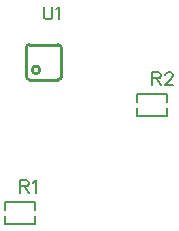
<source format=gto>
G04 Layer: TopSilkLayer*
G04 EasyEDA v6.4.7, 2020-10-05T14:23:05+01:00*
G04 2c2162e3dd23406bb5aba25b7724e7bd,81cdacc9909441f8a3d49748f20dc12b,10*
G04 Gerber Generator version 0.2*
G04 Scale: 100 percent, Rotated: No, Reflected: No *
G04 Dimensions in millimeters *
G04 leading zeros omitted , absolute positions ,3 integer and 3 decimal *
%FSLAX33Y33*%
%MOMM*%
G90*
D02*

%ADD10C,0.254000*%
%ADD14C,0.200000*%
%ADD15C,0.177800*%

%LPD*%
G54D14*
G01X4844Y19606D02*
G01X4844Y18931D01*
G01X2344Y18931D01*
G01X2344Y19606D01*
G01X4844Y20106D02*
G01X4844Y20781D01*
G01X2344Y20781D01*
G01X2344Y20106D01*
G01X16020Y28750D02*
G01X16020Y28075D01*
G01X13520Y28075D01*
G01X13520Y28750D01*
G01X16020Y29250D02*
G01X16020Y29925D01*
G01X13520Y29925D01*
G01X13520Y29250D01*
G54D10*
G01X6832Y31167D02*
G01X4368Y31167D01*
G01X4368Y34139D02*
G01X6832Y34139D01*
G01X4114Y33885D02*
G01X4114Y31446D01*
G01X7061Y31421D02*
G01X7061Y33885D01*
G54D15*
G01X3594Y22676D02*
G01X3594Y21583D01*
G01X3594Y22676D02*
G01X4061Y22676D01*
G01X4216Y22622D01*
G01X4269Y22571D01*
G01X4320Y22467D01*
G01X4320Y22363D01*
G01X4269Y22259D01*
G01X4216Y22208D01*
G01X4061Y22155D01*
G01X3594Y22155D01*
G01X3957Y22155D02*
G01X4320Y21583D01*
G01X4663Y22467D02*
G01X4767Y22518D01*
G01X4925Y22676D01*
G01X4925Y21583D01*
G01X14770Y31820D02*
G01X14770Y30727D01*
G01X14770Y31820D02*
G01X15237Y31820D01*
G01X15392Y31766D01*
G01X15445Y31715D01*
G01X15496Y31611D01*
G01X15496Y31507D01*
G01X15445Y31403D01*
G01X15392Y31352D01*
G01X15237Y31299D01*
G01X14770Y31299D01*
G01X15133Y31299D02*
G01X15496Y30727D01*
G01X15892Y31558D02*
G01X15892Y31611D01*
G01X15943Y31715D01*
G01X15996Y31766D01*
G01X16101Y31820D01*
G01X16306Y31820D01*
G01X16410Y31766D01*
G01X16464Y31715D01*
G01X16515Y31611D01*
G01X16515Y31507D01*
G01X16464Y31403D01*
G01X16360Y31248D01*
G01X15839Y30727D01*
G01X16568Y30727D01*
G01X5588Y37370D02*
G01X5588Y36590D01*
G01X5638Y36435D01*
G01X5742Y36331D01*
G01X5900Y36277D01*
G01X6004Y36277D01*
G01X6159Y36331D01*
G01X6263Y36435D01*
G01X6314Y36590D01*
G01X6314Y37370D01*
G01X6657Y37161D02*
G01X6761Y37215D01*
G01X6918Y37370D01*
G01X6918Y36277D01*
G54D10*
G75*
G01X4108Y33896D02*
G02X4358Y34146I250J0D01*
G01*
G75*
G01X6818Y34146D02*
G02X7068Y33896I0J-250D01*
G01*
G75*
G01X6818Y31176D02*
G03X7068Y31426I0J250D01*
G01*
G75*
G01X4108Y31426D02*
G03X4358Y31176I250J0D01*
G01*
G75*
G01X5258Y32006D02*
G03X5258Y32006I-330J0D01*
G01*
M00*
M02*

</source>
